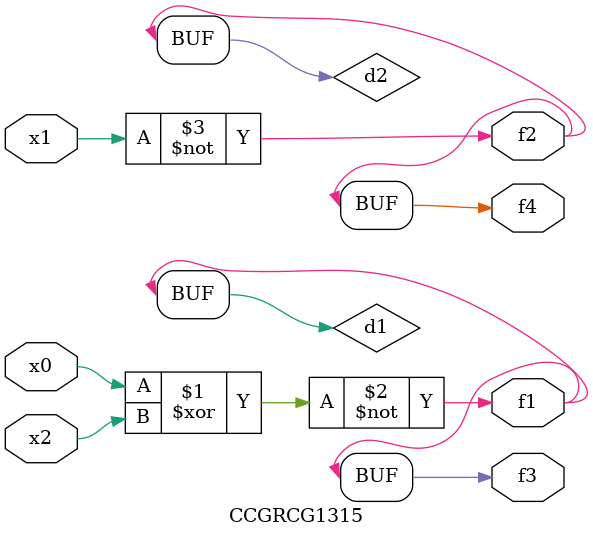
<source format=v>
module CCGRCG1315(
	input x0, x1, x2,
	output f1, f2, f3, f4
);

	wire d1, d2, d3;

	xnor (d1, x0, x2);
	nand (d2, x1);
	nor (d3, x1, x2);
	assign f1 = d1;
	assign f2 = d2;
	assign f3 = d1;
	assign f4 = d2;
endmodule

</source>
